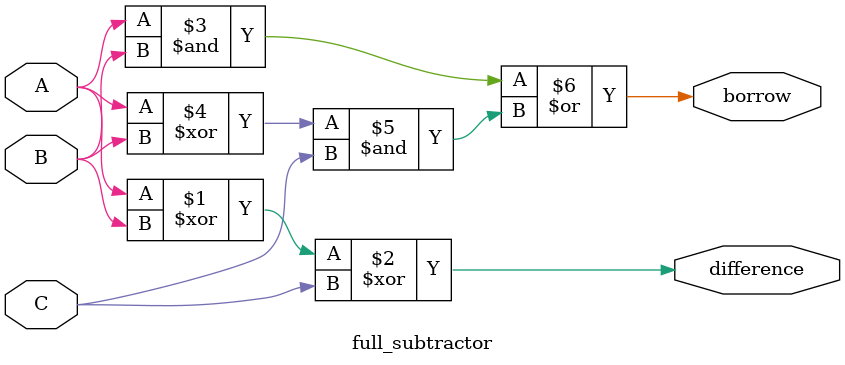
<source format=v>
`timescale 1ns / 1ps


module full_subtractor(
input A,B,C,
output difference,borrow
    );
assign difference = A ^ B ^ C;
assign borrow = (A & B) | (((A ^ B)) & C);
endmodule

</source>
